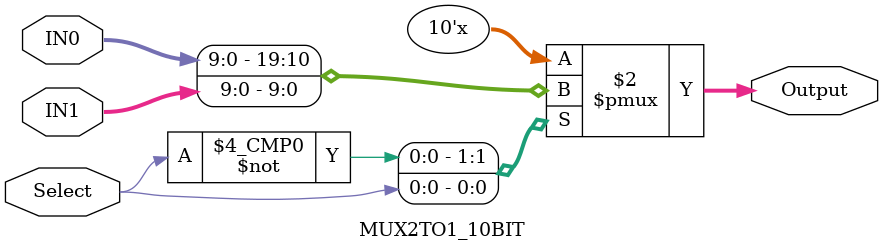
<source format=v>
module MUX2TO1_10BIT(IN0, IN1, Select, Output); 

input [9:0] IN0, IN1; 
input Select ; 
output reg [9:0] Output;

always @ *  
	case (Select) 
		1'b0   : Output <= IN0; 
		1'b1   : Output <= IN1;
	endcase 

endmodule
</source>
